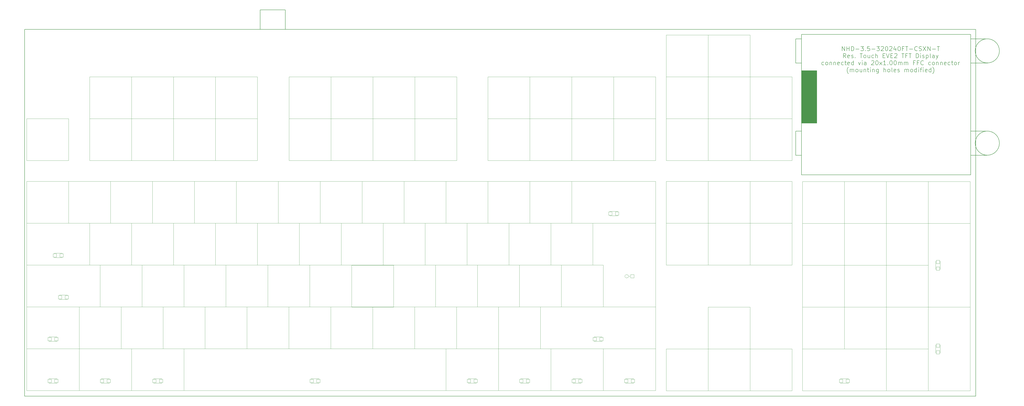
<source format=gbr>
%TF.GenerationSoftware,KiCad,Pcbnew,(6.0.6)*%
%TF.CreationDate,2022-08-08T17:13:51+02:00*%
%TF.ProjectId,berlin,6265726c-696e-42e6-9b69-6361645f7063,rev?*%
%TF.SameCoordinates,Original*%
%TF.FileFunction,OtherDrawing,Comment*%
%FSLAX46Y46*%
G04 Gerber Fmt 4.6, Leading zero omitted, Abs format (unit mm)*
G04 Created by KiCad (PCBNEW (6.0.6)) date 2022-08-08 17:13:51*
%MOMM*%
%LPD*%
G01*
G04 APERTURE LIST*
%ADD10C,0.150000*%
%ADD11C,0.100000*%
%ADD12C,0.050800*%
%ADD13C,0.050000*%
G04 APERTURE END LIST*
D10*
X383700000Y-76650000D02*
X390700000Y-76650000D01*
X390700000Y-76650000D02*
X390700000Y-100450000D01*
X390700000Y-100450000D02*
X383700000Y-100450000D01*
X383700000Y-100450000D02*
X383700000Y-76650000D01*
G36*
X383700000Y-76650000D02*
G01*
X390700000Y-76650000D01*
X390700000Y-100450000D01*
X383700000Y-100450000D01*
X383700000Y-76650000D01*
G37*
X468300000Y-73100000D02*
X460600000Y-73100000D01*
X381150000Y-73100000D02*
X383700000Y-73100000D01*
X462915000Y-224790000D02*
X30734000Y-224790000D01*
X30734000Y-224790000D02*
X30734000Y-57785000D01*
X30734000Y-57785000D02*
X462915000Y-57785000D01*
X462915000Y-57785000D02*
X462915000Y-224790000D01*
X149225000Y-48895000D02*
X137795000Y-48895000D01*
X137795000Y-48895000D02*
X137795000Y-57785000D01*
X137795000Y-57785000D02*
X149225000Y-57785000D01*
X149225000Y-57785000D02*
X149225000Y-48895000D01*
X468150000Y-104100000D02*
X460600000Y-104100000D01*
X383700000Y-60100000D02*
X460600000Y-60100000D01*
X460600000Y-60100000D02*
X460600000Y-124000000D01*
X460600000Y-124000000D02*
X383700000Y-124000000D01*
X383700000Y-124000000D02*
X383700000Y-60100000D01*
X468150000Y-115100000D02*
X460600000Y-115100000D01*
X381150000Y-62100000D02*
X381150000Y-73100000D01*
X381150000Y-115100000D02*
X383700000Y-115100000D01*
X473650000Y-67600000D02*
G75*
G03*
X473650000Y-67600000I-5500000J0D01*
G01*
X473650000Y-109600000D02*
G75*
G03*
X473650000Y-109600000I-5500000J0D01*
G01*
X381150000Y-104100000D02*
X383700000Y-104100000D01*
X381150000Y-62100000D02*
X383700000Y-62100000D01*
X381150000Y-104100000D02*
X381150000Y-115100000D01*
X468150000Y-62100000D02*
X460600000Y-62100000D01*
X402200000Y-67574761D02*
X402200000Y-65574761D01*
X403342857Y-67574761D01*
X403342857Y-65574761D01*
X404295238Y-67574761D02*
X404295238Y-65574761D01*
X404295238Y-66527142D02*
X405438095Y-66527142D01*
X405438095Y-67574761D02*
X405438095Y-65574761D01*
X406390476Y-67574761D02*
X406390476Y-65574761D01*
X406866666Y-65574761D01*
X407152380Y-65670000D01*
X407342857Y-65860476D01*
X407438095Y-66050952D01*
X407533333Y-66431904D01*
X407533333Y-66717619D01*
X407438095Y-67098571D01*
X407342857Y-67289047D01*
X407152380Y-67479523D01*
X406866666Y-67574761D01*
X406390476Y-67574761D01*
X408390476Y-66812857D02*
X409914285Y-66812857D01*
X410676190Y-65574761D02*
X411914285Y-65574761D01*
X411247619Y-66336666D01*
X411533333Y-66336666D01*
X411723809Y-66431904D01*
X411819047Y-66527142D01*
X411914285Y-66717619D01*
X411914285Y-67193809D01*
X411819047Y-67384285D01*
X411723809Y-67479523D01*
X411533333Y-67574761D01*
X410961904Y-67574761D01*
X410771428Y-67479523D01*
X410676190Y-67384285D01*
X412771428Y-67384285D02*
X412866666Y-67479523D01*
X412771428Y-67574761D01*
X412676190Y-67479523D01*
X412771428Y-67384285D01*
X412771428Y-67574761D01*
X414676190Y-65574761D02*
X413723809Y-65574761D01*
X413628571Y-66527142D01*
X413723809Y-66431904D01*
X413914285Y-66336666D01*
X414390476Y-66336666D01*
X414580952Y-66431904D01*
X414676190Y-66527142D01*
X414771428Y-66717619D01*
X414771428Y-67193809D01*
X414676190Y-67384285D01*
X414580952Y-67479523D01*
X414390476Y-67574761D01*
X413914285Y-67574761D01*
X413723809Y-67479523D01*
X413628571Y-67384285D01*
X415628571Y-66812857D02*
X417152380Y-66812857D01*
X417914285Y-65574761D02*
X419152380Y-65574761D01*
X418485714Y-66336666D01*
X418771428Y-66336666D01*
X418961904Y-66431904D01*
X419057142Y-66527142D01*
X419152380Y-66717619D01*
X419152380Y-67193809D01*
X419057142Y-67384285D01*
X418961904Y-67479523D01*
X418771428Y-67574761D01*
X418200000Y-67574761D01*
X418009523Y-67479523D01*
X417914285Y-67384285D01*
X419914285Y-65765238D02*
X420009523Y-65670000D01*
X420200000Y-65574761D01*
X420676190Y-65574761D01*
X420866666Y-65670000D01*
X420961904Y-65765238D01*
X421057142Y-65955714D01*
X421057142Y-66146190D01*
X420961904Y-66431904D01*
X419819047Y-67574761D01*
X421057142Y-67574761D01*
X422295238Y-65574761D02*
X422485714Y-65574761D01*
X422676190Y-65670000D01*
X422771428Y-65765238D01*
X422866666Y-65955714D01*
X422961904Y-66336666D01*
X422961904Y-66812857D01*
X422866666Y-67193809D01*
X422771428Y-67384285D01*
X422676190Y-67479523D01*
X422485714Y-67574761D01*
X422295238Y-67574761D01*
X422104761Y-67479523D01*
X422009523Y-67384285D01*
X421914285Y-67193809D01*
X421819047Y-66812857D01*
X421819047Y-66336666D01*
X421914285Y-65955714D01*
X422009523Y-65765238D01*
X422104761Y-65670000D01*
X422295238Y-65574761D01*
X423723809Y-65765238D02*
X423819047Y-65670000D01*
X424009523Y-65574761D01*
X424485714Y-65574761D01*
X424676190Y-65670000D01*
X424771428Y-65765238D01*
X424866666Y-65955714D01*
X424866666Y-66146190D01*
X424771428Y-66431904D01*
X423628571Y-67574761D01*
X424866666Y-67574761D01*
X426580952Y-66241428D02*
X426580952Y-67574761D01*
X426104761Y-65479523D02*
X425628571Y-66908095D01*
X426866666Y-66908095D01*
X428009523Y-65574761D02*
X428200000Y-65574761D01*
X428390476Y-65670000D01*
X428485714Y-65765238D01*
X428580952Y-65955714D01*
X428676190Y-66336666D01*
X428676190Y-66812857D01*
X428580952Y-67193809D01*
X428485714Y-67384285D01*
X428390476Y-67479523D01*
X428200000Y-67574761D01*
X428009523Y-67574761D01*
X427819047Y-67479523D01*
X427723809Y-67384285D01*
X427628571Y-67193809D01*
X427533333Y-66812857D01*
X427533333Y-66336666D01*
X427628571Y-65955714D01*
X427723809Y-65765238D01*
X427819047Y-65670000D01*
X428009523Y-65574761D01*
X430200000Y-66527142D02*
X429533333Y-66527142D01*
X429533333Y-67574761D02*
X429533333Y-65574761D01*
X430485714Y-65574761D01*
X430961904Y-65574761D02*
X432104761Y-65574761D01*
X431533333Y-67574761D02*
X431533333Y-65574761D01*
X432771428Y-66812857D02*
X434295238Y-66812857D01*
X436390476Y-67384285D02*
X436295238Y-67479523D01*
X436009523Y-67574761D01*
X435819047Y-67574761D01*
X435533333Y-67479523D01*
X435342857Y-67289047D01*
X435247619Y-67098571D01*
X435152380Y-66717619D01*
X435152380Y-66431904D01*
X435247619Y-66050952D01*
X435342857Y-65860476D01*
X435533333Y-65670000D01*
X435819047Y-65574761D01*
X436009523Y-65574761D01*
X436295238Y-65670000D01*
X436390476Y-65765238D01*
X437152380Y-67479523D02*
X437438095Y-67574761D01*
X437914285Y-67574761D01*
X438104761Y-67479523D01*
X438200000Y-67384285D01*
X438295238Y-67193809D01*
X438295238Y-67003333D01*
X438200000Y-66812857D01*
X438104761Y-66717619D01*
X437914285Y-66622380D01*
X437533333Y-66527142D01*
X437342857Y-66431904D01*
X437247619Y-66336666D01*
X437152380Y-66146190D01*
X437152380Y-65955714D01*
X437247619Y-65765238D01*
X437342857Y-65670000D01*
X437533333Y-65574761D01*
X438009523Y-65574761D01*
X438295238Y-65670000D01*
X438961904Y-65574761D02*
X440295238Y-67574761D01*
X440295238Y-65574761D02*
X438961904Y-67574761D01*
X441057142Y-67574761D02*
X441057142Y-65574761D01*
X442200000Y-67574761D01*
X442200000Y-65574761D01*
X443152380Y-66812857D02*
X444676190Y-66812857D01*
X445342857Y-65574761D02*
X446485714Y-65574761D01*
X445914285Y-67574761D02*
X445914285Y-65574761D01*
X403914285Y-70794761D02*
X403247619Y-69842380D01*
X402771428Y-70794761D02*
X402771428Y-68794761D01*
X403533333Y-68794761D01*
X403723809Y-68890000D01*
X403819047Y-68985238D01*
X403914285Y-69175714D01*
X403914285Y-69461428D01*
X403819047Y-69651904D01*
X403723809Y-69747142D01*
X403533333Y-69842380D01*
X402771428Y-69842380D01*
X405533333Y-70699523D02*
X405342857Y-70794761D01*
X404961904Y-70794761D01*
X404771428Y-70699523D01*
X404676190Y-70509047D01*
X404676190Y-69747142D01*
X404771428Y-69556666D01*
X404961904Y-69461428D01*
X405342857Y-69461428D01*
X405533333Y-69556666D01*
X405628571Y-69747142D01*
X405628571Y-69937619D01*
X404676190Y-70128095D01*
X406390476Y-70699523D02*
X406580952Y-70794761D01*
X406961904Y-70794761D01*
X407152380Y-70699523D01*
X407247619Y-70509047D01*
X407247619Y-70413809D01*
X407152380Y-70223333D01*
X406961904Y-70128095D01*
X406676190Y-70128095D01*
X406485714Y-70032857D01*
X406390476Y-69842380D01*
X406390476Y-69747142D01*
X406485714Y-69556666D01*
X406676190Y-69461428D01*
X406961904Y-69461428D01*
X407152380Y-69556666D01*
X408104761Y-70604285D02*
X408200000Y-70699523D01*
X408104761Y-70794761D01*
X408009523Y-70699523D01*
X408104761Y-70604285D01*
X408104761Y-70794761D01*
X410295238Y-68794761D02*
X411438095Y-68794761D01*
X410866666Y-70794761D02*
X410866666Y-68794761D01*
X412390476Y-70794761D02*
X412200000Y-70699523D01*
X412104761Y-70604285D01*
X412009523Y-70413809D01*
X412009523Y-69842380D01*
X412104761Y-69651904D01*
X412200000Y-69556666D01*
X412390476Y-69461428D01*
X412676190Y-69461428D01*
X412866666Y-69556666D01*
X412961904Y-69651904D01*
X413057142Y-69842380D01*
X413057142Y-70413809D01*
X412961904Y-70604285D01*
X412866666Y-70699523D01*
X412676190Y-70794761D01*
X412390476Y-70794761D01*
X414771428Y-69461428D02*
X414771428Y-70794761D01*
X413914285Y-69461428D02*
X413914285Y-70509047D01*
X414009523Y-70699523D01*
X414200000Y-70794761D01*
X414485714Y-70794761D01*
X414676190Y-70699523D01*
X414771428Y-70604285D01*
X416580952Y-70699523D02*
X416390476Y-70794761D01*
X416009523Y-70794761D01*
X415819047Y-70699523D01*
X415723809Y-70604285D01*
X415628571Y-70413809D01*
X415628571Y-69842380D01*
X415723809Y-69651904D01*
X415819047Y-69556666D01*
X416009523Y-69461428D01*
X416390476Y-69461428D01*
X416580952Y-69556666D01*
X417438095Y-70794761D02*
X417438095Y-68794761D01*
X418295238Y-70794761D02*
X418295238Y-69747142D01*
X418200000Y-69556666D01*
X418009523Y-69461428D01*
X417723809Y-69461428D01*
X417533333Y-69556666D01*
X417438095Y-69651904D01*
X420771428Y-69747142D02*
X421438095Y-69747142D01*
X421723809Y-70794761D02*
X420771428Y-70794761D01*
X420771428Y-68794761D01*
X421723809Y-68794761D01*
X422295238Y-68794761D02*
X422961904Y-70794761D01*
X423628571Y-68794761D01*
X424295238Y-69747142D02*
X424961904Y-69747142D01*
X425247619Y-70794761D02*
X424295238Y-70794761D01*
X424295238Y-68794761D01*
X425247619Y-68794761D01*
X426009523Y-68985238D02*
X426104761Y-68890000D01*
X426295238Y-68794761D01*
X426771428Y-68794761D01*
X426961904Y-68890000D01*
X427057142Y-68985238D01*
X427152380Y-69175714D01*
X427152380Y-69366190D01*
X427057142Y-69651904D01*
X425914285Y-70794761D01*
X427152380Y-70794761D01*
X429247619Y-68794761D02*
X430390476Y-68794761D01*
X429819047Y-70794761D02*
X429819047Y-68794761D01*
X431723809Y-69747142D02*
X431057142Y-69747142D01*
X431057142Y-70794761D02*
X431057142Y-68794761D01*
X432009523Y-68794761D01*
X432485714Y-68794761D02*
X433628571Y-68794761D01*
X433057142Y-70794761D02*
X433057142Y-68794761D01*
X435819047Y-70794761D02*
X435819047Y-68794761D01*
X436295238Y-68794761D01*
X436580952Y-68890000D01*
X436771428Y-69080476D01*
X436866666Y-69270952D01*
X436961904Y-69651904D01*
X436961904Y-69937619D01*
X436866666Y-70318571D01*
X436771428Y-70509047D01*
X436580952Y-70699523D01*
X436295238Y-70794761D01*
X435819047Y-70794761D01*
X437819047Y-70794761D02*
X437819047Y-69461428D01*
X437819047Y-68794761D02*
X437723809Y-68890000D01*
X437819047Y-68985238D01*
X437914285Y-68890000D01*
X437819047Y-68794761D01*
X437819047Y-68985238D01*
X438676190Y-70699523D02*
X438866666Y-70794761D01*
X439247619Y-70794761D01*
X439438095Y-70699523D01*
X439533333Y-70509047D01*
X439533333Y-70413809D01*
X439438095Y-70223333D01*
X439247619Y-70128095D01*
X438961904Y-70128095D01*
X438771428Y-70032857D01*
X438676190Y-69842380D01*
X438676190Y-69747142D01*
X438771428Y-69556666D01*
X438961904Y-69461428D01*
X439247619Y-69461428D01*
X439438095Y-69556666D01*
X440390476Y-69461428D02*
X440390476Y-71461428D01*
X440390476Y-69556666D02*
X440580952Y-69461428D01*
X440961904Y-69461428D01*
X441152380Y-69556666D01*
X441247619Y-69651904D01*
X441342857Y-69842380D01*
X441342857Y-70413809D01*
X441247619Y-70604285D01*
X441152380Y-70699523D01*
X440961904Y-70794761D01*
X440580952Y-70794761D01*
X440390476Y-70699523D01*
X442485714Y-70794761D02*
X442295238Y-70699523D01*
X442200000Y-70509047D01*
X442200000Y-68794761D01*
X444104761Y-70794761D02*
X444104761Y-69747142D01*
X444009523Y-69556666D01*
X443819047Y-69461428D01*
X443438095Y-69461428D01*
X443247619Y-69556666D01*
X444104761Y-70699523D02*
X443914285Y-70794761D01*
X443438095Y-70794761D01*
X443247619Y-70699523D01*
X443152380Y-70509047D01*
X443152380Y-70318571D01*
X443247619Y-70128095D01*
X443438095Y-70032857D01*
X443914285Y-70032857D01*
X444104761Y-69937619D01*
X444866666Y-69461428D02*
X445342857Y-70794761D01*
X445819047Y-69461428D02*
X445342857Y-70794761D01*
X445152380Y-71270952D01*
X445057142Y-71366190D01*
X444866666Y-71461428D01*
X393914285Y-73919523D02*
X393723809Y-74014761D01*
X393342857Y-74014761D01*
X393152380Y-73919523D01*
X393057142Y-73824285D01*
X392961904Y-73633809D01*
X392961904Y-73062380D01*
X393057142Y-72871904D01*
X393152380Y-72776666D01*
X393342857Y-72681428D01*
X393723809Y-72681428D01*
X393914285Y-72776666D01*
X395057142Y-74014761D02*
X394866666Y-73919523D01*
X394771428Y-73824285D01*
X394676190Y-73633809D01*
X394676190Y-73062380D01*
X394771428Y-72871904D01*
X394866666Y-72776666D01*
X395057142Y-72681428D01*
X395342857Y-72681428D01*
X395533333Y-72776666D01*
X395628571Y-72871904D01*
X395723809Y-73062380D01*
X395723809Y-73633809D01*
X395628571Y-73824285D01*
X395533333Y-73919523D01*
X395342857Y-74014761D01*
X395057142Y-74014761D01*
X396580952Y-72681428D02*
X396580952Y-74014761D01*
X396580952Y-72871904D02*
X396676190Y-72776666D01*
X396866666Y-72681428D01*
X397152380Y-72681428D01*
X397342857Y-72776666D01*
X397438095Y-72967142D01*
X397438095Y-74014761D01*
X398390476Y-72681428D02*
X398390476Y-74014761D01*
X398390476Y-72871904D02*
X398485714Y-72776666D01*
X398676190Y-72681428D01*
X398961904Y-72681428D01*
X399152380Y-72776666D01*
X399247619Y-72967142D01*
X399247619Y-74014761D01*
X400961904Y-73919523D02*
X400771428Y-74014761D01*
X400390476Y-74014761D01*
X400200000Y-73919523D01*
X400104761Y-73729047D01*
X400104761Y-72967142D01*
X400200000Y-72776666D01*
X400390476Y-72681428D01*
X400771428Y-72681428D01*
X400961904Y-72776666D01*
X401057142Y-72967142D01*
X401057142Y-73157619D01*
X400104761Y-73348095D01*
X402771428Y-73919523D02*
X402580952Y-74014761D01*
X402200000Y-74014761D01*
X402009523Y-73919523D01*
X401914285Y-73824285D01*
X401819047Y-73633809D01*
X401819047Y-73062380D01*
X401914285Y-72871904D01*
X402009523Y-72776666D01*
X402200000Y-72681428D01*
X402580952Y-72681428D01*
X402771428Y-72776666D01*
X403342857Y-72681428D02*
X404104761Y-72681428D01*
X403628571Y-72014761D02*
X403628571Y-73729047D01*
X403723809Y-73919523D01*
X403914285Y-74014761D01*
X404104761Y-74014761D01*
X405533333Y-73919523D02*
X405342857Y-74014761D01*
X404961904Y-74014761D01*
X404771428Y-73919523D01*
X404676190Y-73729047D01*
X404676190Y-72967142D01*
X404771428Y-72776666D01*
X404961904Y-72681428D01*
X405342857Y-72681428D01*
X405533333Y-72776666D01*
X405628571Y-72967142D01*
X405628571Y-73157619D01*
X404676190Y-73348095D01*
X407342857Y-74014761D02*
X407342857Y-72014761D01*
X407342857Y-73919523D02*
X407152380Y-74014761D01*
X406771428Y-74014761D01*
X406580952Y-73919523D01*
X406485714Y-73824285D01*
X406390476Y-73633809D01*
X406390476Y-73062380D01*
X406485714Y-72871904D01*
X406580952Y-72776666D01*
X406771428Y-72681428D01*
X407152380Y-72681428D01*
X407342857Y-72776666D01*
X409628571Y-72681428D02*
X410104761Y-74014761D01*
X410580952Y-72681428D01*
X411342857Y-74014761D02*
X411342857Y-72681428D01*
X411342857Y-72014761D02*
X411247619Y-72110000D01*
X411342857Y-72205238D01*
X411438095Y-72110000D01*
X411342857Y-72014761D01*
X411342857Y-72205238D01*
X413152380Y-74014761D02*
X413152380Y-72967142D01*
X413057142Y-72776666D01*
X412866666Y-72681428D01*
X412485714Y-72681428D01*
X412295238Y-72776666D01*
X413152380Y-73919523D02*
X412961904Y-74014761D01*
X412485714Y-74014761D01*
X412295238Y-73919523D01*
X412200000Y-73729047D01*
X412200000Y-73538571D01*
X412295238Y-73348095D01*
X412485714Y-73252857D01*
X412961904Y-73252857D01*
X413152380Y-73157619D01*
X415533333Y-72205238D02*
X415628571Y-72110000D01*
X415819047Y-72014761D01*
X416295238Y-72014761D01*
X416485714Y-72110000D01*
X416580952Y-72205238D01*
X416676190Y-72395714D01*
X416676190Y-72586190D01*
X416580952Y-72871904D01*
X415438095Y-74014761D01*
X416676190Y-74014761D01*
X417914285Y-72014761D02*
X418104761Y-72014761D01*
X418295238Y-72110000D01*
X418390476Y-72205238D01*
X418485714Y-72395714D01*
X418580952Y-72776666D01*
X418580952Y-73252857D01*
X418485714Y-73633809D01*
X418390476Y-73824285D01*
X418295238Y-73919523D01*
X418104761Y-74014761D01*
X417914285Y-74014761D01*
X417723809Y-73919523D01*
X417628571Y-73824285D01*
X417533333Y-73633809D01*
X417438095Y-73252857D01*
X417438095Y-72776666D01*
X417533333Y-72395714D01*
X417628571Y-72205238D01*
X417723809Y-72110000D01*
X417914285Y-72014761D01*
X419247619Y-74014761D02*
X420295238Y-72681428D01*
X419247619Y-72681428D02*
X420295238Y-74014761D01*
X422104761Y-74014761D02*
X420961904Y-74014761D01*
X421533333Y-74014761D02*
X421533333Y-72014761D01*
X421342857Y-72300476D01*
X421152380Y-72490952D01*
X420961904Y-72586190D01*
X422961904Y-73824285D02*
X423057142Y-73919523D01*
X422961904Y-74014761D01*
X422866666Y-73919523D01*
X422961904Y-73824285D01*
X422961904Y-74014761D01*
X424295238Y-72014761D02*
X424485714Y-72014761D01*
X424676190Y-72110000D01*
X424771428Y-72205238D01*
X424866666Y-72395714D01*
X424961904Y-72776666D01*
X424961904Y-73252857D01*
X424866666Y-73633809D01*
X424771428Y-73824285D01*
X424676190Y-73919523D01*
X424485714Y-74014761D01*
X424295238Y-74014761D01*
X424104761Y-73919523D01*
X424009523Y-73824285D01*
X423914285Y-73633809D01*
X423819047Y-73252857D01*
X423819047Y-72776666D01*
X423914285Y-72395714D01*
X424009523Y-72205238D01*
X424104761Y-72110000D01*
X424295238Y-72014761D01*
X426199999Y-72014761D02*
X426390476Y-72014761D01*
X426580952Y-72110000D01*
X426676190Y-72205238D01*
X426771428Y-72395714D01*
X426866666Y-72776666D01*
X426866666Y-73252857D01*
X426771428Y-73633809D01*
X426676190Y-73824285D01*
X426580952Y-73919523D01*
X426390476Y-74014761D01*
X426199999Y-74014761D01*
X426009523Y-73919523D01*
X425914285Y-73824285D01*
X425819047Y-73633809D01*
X425723809Y-73252857D01*
X425723809Y-72776666D01*
X425819047Y-72395714D01*
X425914285Y-72205238D01*
X426009523Y-72110000D01*
X426199999Y-72014761D01*
X427723809Y-74014761D02*
X427723809Y-72681428D01*
X427723809Y-72871904D02*
X427819047Y-72776666D01*
X428009523Y-72681428D01*
X428295238Y-72681428D01*
X428485714Y-72776666D01*
X428580952Y-72967142D01*
X428580952Y-74014761D01*
X428580952Y-72967142D02*
X428676190Y-72776666D01*
X428866666Y-72681428D01*
X429152380Y-72681428D01*
X429342857Y-72776666D01*
X429438095Y-72967142D01*
X429438095Y-74014761D01*
X430390476Y-74014761D02*
X430390476Y-72681428D01*
X430390476Y-72871904D02*
X430485714Y-72776666D01*
X430676190Y-72681428D01*
X430961904Y-72681428D01*
X431152380Y-72776666D01*
X431247619Y-72967142D01*
X431247619Y-74014761D01*
X431247619Y-72967142D02*
X431342857Y-72776666D01*
X431533333Y-72681428D01*
X431819047Y-72681428D01*
X432009523Y-72776666D01*
X432104761Y-72967142D01*
X432104761Y-74014761D01*
X435247619Y-72967142D02*
X434580952Y-72967142D01*
X434580952Y-74014761D02*
X434580952Y-72014761D01*
X435533333Y-72014761D01*
X436961904Y-72967142D02*
X436295238Y-72967142D01*
X436295238Y-74014761D02*
X436295238Y-72014761D01*
X437247619Y-72014761D01*
X439152380Y-73824285D02*
X439057142Y-73919523D01*
X438771428Y-74014761D01*
X438580952Y-74014761D01*
X438295238Y-73919523D01*
X438104761Y-73729047D01*
X438009523Y-73538571D01*
X437914285Y-73157619D01*
X437914285Y-72871904D01*
X438009523Y-72490952D01*
X438104761Y-72300476D01*
X438295238Y-72110000D01*
X438580952Y-72014761D01*
X438771428Y-72014761D01*
X439057142Y-72110000D01*
X439152380Y-72205238D01*
X442390476Y-73919523D02*
X442199999Y-74014761D01*
X441819047Y-74014761D01*
X441628571Y-73919523D01*
X441533333Y-73824285D01*
X441438095Y-73633809D01*
X441438095Y-73062380D01*
X441533333Y-72871904D01*
X441628571Y-72776666D01*
X441819047Y-72681428D01*
X442199999Y-72681428D01*
X442390476Y-72776666D01*
X443533333Y-74014761D02*
X443342857Y-73919523D01*
X443247619Y-73824285D01*
X443152380Y-73633809D01*
X443152380Y-73062380D01*
X443247619Y-72871904D01*
X443342857Y-72776666D01*
X443533333Y-72681428D01*
X443819047Y-72681428D01*
X444009523Y-72776666D01*
X444104761Y-72871904D01*
X444199999Y-73062380D01*
X444199999Y-73633809D01*
X444104761Y-73824285D01*
X444009523Y-73919523D01*
X443819047Y-74014761D01*
X443533333Y-74014761D01*
X445057142Y-72681428D02*
X445057142Y-74014761D01*
X445057142Y-72871904D02*
X445152380Y-72776666D01*
X445342857Y-72681428D01*
X445628571Y-72681428D01*
X445819047Y-72776666D01*
X445914285Y-72967142D01*
X445914285Y-74014761D01*
X446866666Y-72681428D02*
X446866666Y-74014761D01*
X446866666Y-72871904D02*
X446961904Y-72776666D01*
X447152380Y-72681428D01*
X447438095Y-72681428D01*
X447628571Y-72776666D01*
X447723809Y-72967142D01*
X447723809Y-74014761D01*
X449438095Y-73919523D02*
X449247619Y-74014761D01*
X448866666Y-74014761D01*
X448676190Y-73919523D01*
X448580952Y-73729047D01*
X448580952Y-72967142D01*
X448676190Y-72776666D01*
X448866666Y-72681428D01*
X449247619Y-72681428D01*
X449438095Y-72776666D01*
X449533333Y-72967142D01*
X449533333Y-73157619D01*
X448580952Y-73348095D01*
X451247619Y-73919523D02*
X451057142Y-74014761D01*
X450676190Y-74014761D01*
X450485714Y-73919523D01*
X450390476Y-73824285D01*
X450295238Y-73633809D01*
X450295238Y-73062380D01*
X450390476Y-72871904D01*
X450485714Y-72776666D01*
X450676190Y-72681428D01*
X451057142Y-72681428D01*
X451247619Y-72776666D01*
X451819047Y-72681428D02*
X452580952Y-72681428D01*
X452104761Y-72014761D02*
X452104761Y-73729047D01*
X452199999Y-73919523D01*
X452390476Y-74014761D01*
X452580952Y-74014761D01*
X453533333Y-74014761D02*
X453342857Y-73919523D01*
X453247619Y-73824285D01*
X453152380Y-73633809D01*
X453152380Y-73062380D01*
X453247619Y-72871904D01*
X453342857Y-72776666D01*
X453533333Y-72681428D01*
X453819047Y-72681428D01*
X454009523Y-72776666D01*
X454104761Y-72871904D01*
X454199999Y-73062380D01*
X454199999Y-73633809D01*
X454104761Y-73824285D01*
X454009523Y-73919523D01*
X453819047Y-74014761D01*
X453533333Y-74014761D01*
X455057142Y-74014761D02*
X455057142Y-72681428D01*
X455057142Y-73062380D02*
X455152380Y-72871904D01*
X455247619Y-72776666D01*
X455438095Y-72681428D01*
X455628571Y-72681428D01*
X405057142Y-77996666D02*
X404961904Y-77901428D01*
X404771428Y-77615714D01*
X404676190Y-77425238D01*
X404580952Y-77139523D01*
X404485714Y-76663333D01*
X404485714Y-76282380D01*
X404580952Y-75806190D01*
X404676190Y-75520476D01*
X404771428Y-75330000D01*
X404961904Y-75044285D01*
X405057142Y-74949047D01*
X405819047Y-77234761D02*
X405819047Y-75901428D01*
X405819047Y-76091904D02*
X405914285Y-75996666D01*
X406104761Y-75901428D01*
X406390476Y-75901428D01*
X406580952Y-75996666D01*
X406676190Y-76187142D01*
X406676190Y-77234761D01*
X406676190Y-76187142D02*
X406771428Y-75996666D01*
X406961904Y-75901428D01*
X407247619Y-75901428D01*
X407438095Y-75996666D01*
X407533333Y-76187142D01*
X407533333Y-77234761D01*
X408771428Y-77234761D02*
X408580952Y-77139523D01*
X408485714Y-77044285D01*
X408390476Y-76853809D01*
X408390476Y-76282380D01*
X408485714Y-76091904D01*
X408580952Y-75996666D01*
X408771428Y-75901428D01*
X409057142Y-75901428D01*
X409247619Y-75996666D01*
X409342857Y-76091904D01*
X409438095Y-76282380D01*
X409438095Y-76853809D01*
X409342857Y-77044285D01*
X409247619Y-77139523D01*
X409057142Y-77234761D01*
X408771428Y-77234761D01*
X411152380Y-75901428D02*
X411152380Y-77234761D01*
X410295238Y-75901428D02*
X410295238Y-76949047D01*
X410390476Y-77139523D01*
X410580952Y-77234761D01*
X410866666Y-77234761D01*
X411057142Y-77139523D01*
X411152380Y-77044285D01*
X412104761Y-75901428D02*
X412104761Y-77234761D01*
X412104761Y-76091904D02*
X412200000Y-75996666D01*
X412390476Y-75901428D01*
X412676190Y-75901428D01*
X412866666Y-75996666D01*
X412961904Y-76187142D01*
X412961904Y-77234761D01*
X413628571Y-75901428D02*
X414390476Y-75901428D01*
X413914285Y-75234761D02*
X413914285Y-76949047D01*
X414009523Y-77139523D01*
X414200000Y-77234761D01*
X414390476Y-77234761D01*
X415057142Y-77234761D02*
X415057142Y-75901428D01*
X415057142Y-75234761D02*
X414961904Y-75330000D01*
X415057142Y-75425238D01*
X415152380Y-75330000D01*
X415057142Y-75234761D01*
X415057142Y-75425238D01*
X416009523Y-75901428D02*
X416009523Y-77234761D01*
X416009523Y-76091904D02*
X416104761Y-75996666D01*
X416295238Y-75901428D01*
X416580952Y-75901428D01*
X416771428Y-75996666D01*
X416866666Y-76187142D01*
X416866666Y-77234761D01*
X418676190Y-75901428D02*
X418676190Y-77520476D01*
X418580952Y-77710952D01*
X418485714Y-77806190D01*
X418295238Y-77901428D01*
X418009523Y-77901428D01*
X417819047Y-77806190D01*
X418676190Y-77139523D02*
X418485714Y-77234761D01*
X418104761Y-77234761D01*
X417914285Y-77139523D01*
X417819047Y-77044285D01*
X417723809Y-76853809D01*
X417723809Y-76282380D01*
X417819047Y-76091904D01*
X417914285Y-75996666D01*
X418104761Y-75901428D01*
X418485714Y-75901428D01*
X418676190Y-75996666D01*
X421152380Y-77234761D02*
X421152380Y-75234761D01*
X422009523Y-77234761D02*
X422009523Y-76187142D01*
X421914285Y-75996666D01*
X421723809Y-75901428D01*
X421438095Y-75901428D01*
X421247619Y-75996666D01*
X421152380Y-76091904D01*
X423247619Y-77234761D02*
X423057142Y-77139523D01*
X422961904Y-77044285D01*
X422866666Y-76853809D01*
X422866666Y-76282380D01*
X422961904Y-76091904D01*
X423057142Y-75996666D01*
X423247619Y-75901428D01*
X423533333Y-75901428D01*
X423723809Y-75996666D01*
X423819047Y-76091904D01*
X423914285Y-76282380D01*
X423914285Y-76853809D01*
X423819047Y-77044285D01*
X423723809Y-77139523D01*
X423533333Y-77234761D01*
X423247619Y-77234761D01*
X425057142Y-77234761D02*
X424866666Y-77139523D01*
X424771428Y-76949047D01*
X424771428Y-75234761D01*
X426580952Y-77139523D02*
X426390476Y-77234761D01*
X426009523Y-77234761D01*
X425819047Y-77139523D01*
X425723809Y-76949047D01*
X425723809Y-76187142D01*
X425819047Y-75996666D01*
X426009523Y-75901428D01*
X426390476Y-75901428D01*
X426580952Y-75996666D01*
X426676190Y-76187142D01*
X426676190Y-76377619D01*
X425723809Y-76568095D01*
X427438095Y-77139523D02*
X427628571Y-77234761D01*
X428009523Y-77234761D01*
X428200000Y-77139523D01*
X428295238Y-76949047D01*
X428295238Y-76853809D01*
X428200000Y-76663333D01*
X428009523Y-76568095D01*
X427723809Y-76568095D01*
X427533333Y-76472857D01*
X427438095Y-76282380D01*
X427438095Y-76187142D01*
X427533333Y-75996666D01*
X427723809Y-75901428D01*
X428009523Y-75901428D01*
X428200000Y-75996666D01*
X430676190Y-77234761D02*
X430676190Y-75901428D01*
X430676190Y-76091904D02*
X430771428Y-75996666D01*
X430961904Y-75901428D01*
X431247619Y-75901428D01*
X431438095Y-75996666D01*
X431533333Y-76187142D01*
X431533333Y-77234761D01*
X431533333Y-76187142D02*
X431628571Y-75996666D01*
X431819047Y-75901428D01*
X432104761Y-75901428D01*
X432295238Y-75996666D01*
X432390476Y-76187142D01*
X432390476Y-77234761D01*
X433628571Y-77234761D02*
X433438095Y-77139523D01*
X433342857Y-77044285D01*
X433247619Y-76853809D01*
X433247619Y-76282380D01*
X433342857Y-76091904D01*
X433438095Y-75996666D01*
X433628571Y-75901428D01*
X433914285Y-75901428D01*
X434104761Y-75996666D01*
X434200000Y-76091904D01*
X434295238Y-76282380D01*
X434295238Y-76853809D01*
X434200000Y-77044285D01*
X434104761Y-77139523D01*
X433914285Y-77234761D01*
X433628571Y-77234761D01*
X436009523Y-77234761D02*
X436009523Y-75234761D01*
X436009523Y-77139523D02*
X435819047Y-77234761D01*
X435438095Y-77234761D01*
X435247619Y-77139523D01*
X435152380Y-77044285D01*
X435057142Y-76853809D01*
X435057142Y-76282380D01*
X435152380Y-76091904D01*
X435247619Y-75996666D01*
X435438095Y-75901428D01*
X435819047Y-75901428D01*
X436009523Y-75996666D01*
X436961904Y-77234761D02*
X436961904Y-75901428D01*
X436961904Y-75234761D02*
X436866666Y-75330000D01*
X436961904Y-75425238D01*
X437057142Y-75330000D01*
X436961904Y-75234761D01*
X436961904Y-75425238D01*
X437628571Y-75901428D02*
X438390476Y-75901428D01*
X437914285Y-77234761D02*
X437914285Y-75520476D01*
X438009523Y-75330000D01*
X438200000Y-75234761D01*
X438390476Y-75234761D01*
X439057142Y-77234761D02*
X439057142Y-75901428D01*
X439057142Y-75234761D02*
X438961904Y-75330000D01*
X439057142Y-75425238D01*
X439152380Y-75330000D01*
X439057142Y-75234761D01*
X439057142Y-75425238D01*
X440771428Y-77139523D02*
X440580952Y-77234761D01*
X440200000Y-77234761D01*
X440009523Y-77139523D01*
X439914285Y-76949047D01*
X439914285Y-76187142D01*
X440009523Y-75996666D01*
X440200000Y-75901428D01*
X440580952Y-75901428D01*
X440771428Y-75996666D01*
X440866666Y-76187142D01*
X440866666Y-76377619D01*
X439914285Y-76568095D01*
X442580952Y-77234761D02*
X442580952Y-75234761D01*
X442580952Y-77139523D02*
X442390476Y-77234761D01*
X442009523Y-77234761D01*
X441819047Y-77139523D01*
X441723809Y-77044285D01*
X441628571Y-76853809D01*
X441628571Y-76282380D01*
X441723809Y-76091904D01*
X441819047Y-75996666D01*
X442009523Y-75901428D01*
X442390476Y-75901428D01*
X442580952Y-75996666D01*
X443342857Y-77996666D02*
X443438095Y-77901428D01*
X443628571Y-77615714D01*
X443723809Y-77425238D01*
X443819047Y-77139523D01*
X443914285Y-76663333D01*
X443914285Y-76282380D01*
X443819047Y-75806190D01*
X443723809Y-75520476D01*
X443628571Y-75330000D01*
X443438095Y-75044285D01*
X443342857Y-74949047D01*
D11*
%TO.C,SW5\u002C7*%
X179355750Y-184181750D02*
X160305750Y-184181750D01*
X160305750Y-184181750D02*
X160305750Y-165131750D01*
X179355750Y-165131750D02*
X160305750Y-165131750D01*
X179355750Y-165131750D02*
X179355750Y-184181750D01*
%TO.C,SW5\u002C13*%
X288893250Y-146081750D02*
X288893250Y-165131750D01*
X288893250Y-146081750D02*
X269843250Y-146081750D01*
X288893250Y-165131750D02*
X269843250Y-165131750D01*
X269843250Y-165131750D02*
X269843250Y-146081750D01*
%TO.C,SW6\u002C6*%
X131730750Y-203231750D02*
X131730750Y-184181750D01*
X150780750Y-184181750D02*
X131730750Y-184181750D01*
X150780750Y-203231750D02*
X131730750Y-203231750D01*
X150780750Y-184181750D02*
X150780750Y-203231750D01*
%TO.C,SW2\u002C11*%
X260318250Y-117506750D02*
X260318250Y-98456750D01*
X279368250Y-98456750D02*
X260318250Y-98456750D01*
X279368250Y-117506750D02*
X260318250Y-117506750D01*
X279368250Y-98456750D02*
X279368250Y-117506750D01*
%TO.C,SW6\u002C17*%
X403193250Y-184213500D02*
X384143250Y-184213500D01*
X403193250Y-184213500D02*
X403193250Y-203263500D01*
X403193250Y-203263500D02*
X384143250Y-203263500D01*
X384143250Y-203263500D02*
X384143250Y-184213500D01*
%TO.C,SW6\u002C15*%
X341280750Y-203263500D02*
X341280750Y-184213500D01*
X360330750Y-184213500D02*
X360330750Y-203263500D01*
X360330750Y-203263500D02*
X341280750Y-203263500D01*
X360330750Y-184213500D02*
X341280750Y-184213500D01*
%TO.C,SW3\u002C8*%
X184118250Y-127031750D02*
X184118250Y-146081750D01*
X184118250Y-127031750D02*
X165068250Y-127031750D01*
X165068250Y-146081750D02*
X165068250Y-127031750D01*
X184118250Y-146081750D02*
X165068250Y-146081750D01*
%TO.C,SW3\u002C6*%
X126968250Y-146081750D02*
X126968250Y-127031750D01*
X146018250Y-127031750D02*
X126968250Y-127031750D01*
X146018250Y-146081750D02*
X126968250Y-146081750D01*
X146018250Y-127031750D02*
X146018250Y-146081750D01*
%TO.C,SW5\u002C15*%
X360362500Y-146050000D02*
X341312500Y-146050000D01*
X341312500Y-165100000D02*
X341312500Y-146050000D01*
X360362500Y-165100000D02*
X341312500Y-165100000D01*
X360362500Y-146050000D02*
X360362500Y-165100000D01*
%TO.C,SW1\u002C4*%
X117443250Y-79406750D02*
X117443250Y-98456750D01*
X117443250Y-79406750D02*
X98393250Y-79406750D01*
X117443250Y-98456750D02*
X98393250Y-98456750D01*
X98393250Y-98456750D02*
X98393250Y-79406750D01*
%TO.C,SW1\u002C10*%
X241268410Y-98456750D02*
X241268410Y-79406750D01*
X260318410Y-79406750D02*
X260318410Y-98456750D01*
X260318410Y-79406750D02*
X241268410Y-79406750D01*
X260318410Y-98456750D02*
X241268410Y-98456750D01*
D12*
%TO.C,SW2\u002C18*%
X446500250Y-162877500D02*
X444976250Y-162877500D01*
X446754250Y-163385500D02*
X446500250Y-163385500D01*
D11*
X441293250Y-184213500D02*
X441293250Y-146113500D01*
X460343250Y-184213500D02*
X441293250Y-184213500D01*
X460343250Y-184213500D02*
X460343250Y-146113500D01*
D12*
X446500250Y-167449500D02*
X446500250Y-165925500D01*
X444722250Y-163385500D02*
X444722250Y-166941500D01*
X444976250Y-162877500D02*
X444976250Y-164401500D01*
X444976250Y-163385500D02*
X444722250Y-163385500D01*
X444722250Y-166941500D02*
X444976250Y-166941500D01*
X446500250Y-164401500D02*
X446500250Y-162877500D01*
X444976250Y-165925500D02*
X444976250Y-167449500D01*
X446754250Y-166941500D02*
X446754250Y-163385500D01*
X446500250Y-166941500D02*
X446754250Y-166941500D01*
X446500250Y-165925500D02*
X444976250Y-165925500D01*
D11*
X460343250Y-146113500D02*
X441293250Y-146113500D01*
D12*
X444976250Y-164401500D02*
X446500250Y-164401500D01*
X444976250Y-167449500D02*
X446500250Y-167449500D01*
D11*
%TO.C,SW1\u002C12*%
X279368250Y-98456750D02*
X279368250Y-79406750D01*
X298418250Y-79406750D02*
X298418250Y-98456750D01*
X298418250Y-98456750D02*
X279368250Y-98456750D01*
X298418250Y-79406750D02*
X279368250Y-79406750D01*
%TO.C,SW2\u002C5*%
X136495000Y-98455000D02*
X117445000Y-98455000D01*
X136495000Y-98455000D02*
X136495000Y-117505000D01*
X136495000Y-117505000D02*
X117445000Y-117505000D01*
X117445000Y-117505000D02*
X117445000Y-98455000D01*
%TO.C,SW5\u002C19*%
X422243250Y-184213500D02*
X422243250Y-165163500D01*
X441293250Y-184213500D02*
X422243250Y-184213500D01*
X441293250Y-165163500D02*
X441293250Y-184213500D01*
X441293250Y-165163500D02*
X422243250Y-165163500D01*
%TO.C,SW1\u002C14*%
X341312500Y-60325000D02*
X322262500Y-60325000D01*
X341312500Y-60325000D02*
X341312500Y-79375000D01*
X322262500Y-79375000D02*
X322262500Y-60325000D01*
X341312500Y-79375000D02*
X322262500Y-79375000D01*
%TO.C,SW3\u002C7*%
X165068250Y-127031750D02*
X146018250Y-127031750D01*
X165068250Y-127031750D02*
X165068250Y-146081750D01*
X146018250Y-146081750D02*
X146018250Y-127031750D01*
X165068250Y-146081750D02*
X146018250Y-146081750D01*
%TO.C,SW4\u002C14*%
X341312500Y-127000000D02*
X341312500Y-146050000D01*
X322262500Y-146050000D02*
X322262500Y-127000000D01*
X341312500Y-146050000D02*
X322262500Y-146050000D01*
X341312500Y-127000000D02*
X322262500Y-127000000D01*
%TO.C,SW4\u002C5*%
X136493250Y-146081750D02*
X136493250Y-165131750D01*
X136493250Y-165131750D02*
X117443250Y-165131750D01*
X117443250Y-165131750D02*
X117443250Y-146081750D01*
X136493250Y-146081750D02*
X117443250Y-146081750D01*
D12*
%TO.C,SW7\u002C9*%
X259715000Y-218852750D02*
X259715000Y-218598750D01*
X258699000Y-218598750D02*
X258699000Y-217074750D01*
X259715000Y-218852750D02*
X256159000Y-218852750D01*
X259715000Y-216820750D02*
X259715000Y-217074750D01*
X258699000Y-217074750D02*
X260223000Y-217074750D01*
D11*
X269843250Y-203231750D02*
X269843250Y-222281750D01*
X269843250Y-222281750D02*
X246030750Y-222281750D01*
D12*
X256159000Y-218852750D02*
X256159000Y-218598750D01*
X256159000Y-217074750D02*
X256159000Y-216820750D01*
X260223000Y-217074750D02*
X260223000Y-218598750D01*
D11*
X269843250Y-203231750D02*
X246030750Y-203231750D01*
D12*
X256159000Y-216820750D02*
X259715000Y-216820750D01*
X260223000Y-218598750D02*
X258699000Y-218598750D01*
X255651000Y-218598750D02*
X257175000Y-218598750D01*
D11*
X246030750Y-222281750D02*
X246030750Y-203231750D01*
D12*
X257175000Y-217074750D02*
X255651000Y-217074750D01*
X257175000Y-218598750D02*
X257175000Y-217074750D01*
X255651000Y-217074750D02*
X255651000Y-218598750D01*
D11*
%TO.C,SW6\u002C2*%
X74580750Y-203231750D02*
X55530750Y-203231750D01*
X74580750Y-184181750D02*
X74580750Y-203231750D01*
X55530750Y-203231750D02*
X55530750Y-184181750D01*
X74580750Y-184181750D02*
X55530750Y-184181750D01*
%TO.C,SW4\u002C12*%
X269843250Y-146081750D02*
X269843250Y-165131750D01*
X269843250Y-165131750D02*
X250793250Y-165131750D01*
X269843250Y-146081750D02*
X250793250Y-146081750D01*
X250793250Y-165131750D02*
X250793250Y-146081750D01*
%TO.C,SW5\u002C5*%
X141255750Y-165131750D02*
X141255750Y-184181750D01*
X141255750Y-184181750D02*
X122205750Y-184181750D01*
X141255750Y-165131750D02*
X122205750Y-165131750D01*
X122205750Y-184181750D02*
X122205750Y-165131750D01*
%TO.C,SW4\u002C8*%
X193643250Y-146081750D02*
X193643250Y-165131750D01*
X174593250Y-165131750D02*
X174593250Y-146081750D01*
X193643250Y-165131750D02*
X174593250Y-165131750D01*
X193643250Y-146081750D02*
X174593250Y-146081750D01*
%TO.C,SW6\u002C7*%
X169830750Y-203231750D02*
X150780750Y-203231750D01*
X150780750Y-203231750D02*
X150780750Y-184181750D01*
X169830750Y-184181750D02*
X169830750Y-203231750D01*
X169830750Y-184181750D02*
X150780750Y-184181750D01*
%TO.C,SW7\u002C12*%
X265080750Y-184181750D02*
X246030750Y-184181750D01*
X246030750Y-203231750D02*
X246030750Y-184181750D01*
X265080750Y-203231750D02*
X246030750Y-203231750D01*
X265080750Y-184181750D02*
X265080750Y-203231750D01*
%TO.C,SW1\u002C13*%
X298418250Y-98456750D02*
X298418250Y-79406750D01*
X317468250Y-79406750D02*
X298418250Y-79406750D01*
X317468250Y-98456750D02*
X298418250Y-98456750D01*
X317468250Y-79406750D02*
X317468250Y-98456750D01*
%TO.C,SW3\u002C16*%
X360362500Y-117475000D02*
X360362500Y-98425000D01*
X379412500Y-117475000D02*
X360362500Y-117475000D01*
X379412500Y-98425000D02*
X360362500Y-98425000D01*
X379412500Y-98425000D02*
X379412500Y-117475000D01*
%TO.C,SW2\u002C12*%
X298418250Y-98456750D02*
X298418250Y-117506750D01*
X279368250Y-117506750D02*
X279368250Y-98456750D01*
X298418250Y-98456750D02*
X279368250Y-98456750D01*
X298418250Y-117506750D02*
X279368250Y-117506750D01*
%TO.C,SW2\u002C2*%
X79343250Y-117506750D02*
X60293250Y-117506750D01*
X60293250Y-117506750D02*
X60293250Y-98456750D01*
X79343250Y-98456750D02*
X60293250Y-98456750D01*
X79343250Y-98456750D02*
X79343250Y-117506750D01*
%TO.C,SW7\u002C2*%
X79343250Y-222281750D02*
X55530750Y-222281750D01*
D12*
X66675000Y-218598750D02*
X66675000Y-217074750D01*
D11*
X79343250Y-203231750D02*
X79343250Y-222281750D01*
D12*
X68199000Y-217074750D02*
X69723000Y-217074750D01*
D11*
X79343250Y-203231750D02*
X55530750Y-203231750D01*
X55530750Y-222281750D02*
X55530750Y-203231750D01*
D12*
X69215000Y-218852750D02*
X69215000Y-218598750D01*
X69723000Y-218598750D02*
X68199000Y-218598750D01*
X66675000Y-217074750D02*
X65151000Y-217074750D01*
X69215000Y-216820750D02*
X69215000Y-217074750D01*
X68199000Y-218598750D02*
X68199000Y-217074750D01*
X69215000Y-218852750D02*
X65659000Y-218852750D01*
X65659000Y-218852750D02*
X65659000Y-218598750D01*
X65151000Y-217074750D02*
X65151000Y-218598750D01*
X65659000Y-217074750D02*
X65659000Y-216820750D01*
X69723000Y-217074750D02*
X69723000Y-218598750D01*
X65151000Y-218598750D02*
X66675000Y-218598750D01*
X65659000Y-216820750D02*
X69215000Y-216820750D01*
D11*
%TO.C,SW4\u002C11*%
X231743250Y-165131750D02*
X231743250Y-146081750D01*
X250793250Y-146081750D02*
X250793250Y-165131750D01*
X250793250Y-146081750D02*
X231743250Y-146081750D01*
X250793250Y-165131750D02*
X231743250Y-165131750D01*
%TO.C,SW6\u002C12*%
X293655750Y-165131750D02*
X293655750Y-184181750D01*
X293655750Y-165131750D02*
X274605750Y-165131750D01*
X293655750Y-184181750D02*
X274605750Y-184181750D01*
X274605750Y-184181750D02*
X274605750Y-165131750D01*
D12*
%TO.C,SW2\u002C19*%
X444976250Y-204025500D02*
X444976250Y-205549500D01*
D11*
X460343250Y-222313500D02*
X460343250Y-184213500D01*
D12*
X444976250Y-205549500D02*
X446500250Y-205549500D01*
X446500250Y-202501500D02*
X446500250Y-200977500D01*
X446754250Y-201485500D02*
X446500250Y-201485500D01*
X444976250Y-202501500D02*
X446500250Y-202501500D01*
X446500250Y-205041500D02*
X446754250Y-205041500D01*
X444976250Y-201485500D02*
X444722250Y-201485500D01*
X446754250Y-205041500D02*
X446754250Y-201485500D01*
D11*
X441293250Y-222313500D02*
X441293250Y-184213500D01*
X460343250Y-222313500D02*
X441293250Y-222313500D01*
D12*
X446500250Y-205549500D02*
X446500250Y-204025500D01*
X444976250Y-200977500D02*
X444976250Y-202501500D01*
D11*
X460343250Y-184213500D02*
X441293250Y-184213500D01*
D12*
X446500250Y-200977500D02*
X444976250Y-200977500D01*
X446500250Y-204025500D02*
X444976250Y-204025500D01*
X444722250Y-205041500D02*
X444976250Y-205041500D01*
X444722250Y-201485500D02*
X444722250Y-205041500D01*
D11*
%TO.C,SW5\u002C6*%
X141255750Y-184181750D02*
X141255750Y-165131750D01*
X160305750Y-165131750D02*
X141255750Y-165131750D01*
X160305750Y-184181750D02*
X141255750Y-184181750D01*
X160305750Y-165131750D02*
X160305750Y-184181750D01*
%TO.C,SW5\u002C11*%
X255555750Y-165131750D02*
X236505750Y-165131750D01*
X255555750Y-184181750D02*
X236505750Y-184181750D01*
X255555750Y-165131750D02*
X255555750Y-184181750D01*
X236505750Y-184181750D02*
X236505750Y-165131750D01*
%TO.C,SW6\u002C18*%
X422243250Y-184213500D02*
X403193250Y-184213500D01*
X403193250Y-203263500D02*
X403193250Y-184213500D01*
X422243250Y-184213500D02*
X422243250Y-203263500D01*
X422243250Y-203263500D02*
X403193250Y-203263500D01*
D12*
%TO.C,SW4\u002C13*%
X296640250Y-142398750D02*
X296640250Y-142652750D01*
X300196250Y-140620750D02*
X296640250Y-140620750D01*
D11*
X279368250Y-127031750D02*
X279368250Y-146081750D01*
D12*
X300704250Y-140874750D02*
X299180250Y-140874750D01*
D11*
X317468250Y-127031750D02*
X279368250Y-127031750D01*
D12*
X300196250Y-142652750D02*
X300196250Y-142398750D01*
X296132250Y-142398750D02*
X297656250Y-142398750D01*
X297656250Y-142398750D02*
X297656250Y-140874750D01*
X300704250Y-142398750D02*
X300704250Y-140874750D01*
X296640250Y-140620750D02*
X296640250Y-140874750D01*
X296132250Y-140874750D02*
X296132250Y-142398750D01*
D11*
X317468250Y-146081750D02*
X279368250Y-146081750D01*
D12*
X297656250Y-140874750D02*
X296132250Y-140874750D01*
D11*
X317468250Y-127031750D02*
X317468250Y-146081750D01*
D12*
X299180250Y-140874750D02*
X299180250Y-142398750D01*
X299180250Y-142398750D02*
X300704250Y-142398750D01*
X296640250Y-142652750D02*
X300196250Y-142652750D01*
X300196250Y-140874750D02*
X300196250Y-140620750D01*
D11*
%TO.C,SW1\u002C9*%
X227076000Y-79406750D02*
X208026000Y-79406750D01*
X208026000Y-98456750D02*
X208026000Y-79406750D01*
X227076000Y-98456750D02*
X208026000Y-98456750D01*
X227076000Y-79406750D02*
X227076000Y-98456750D01*
%TO.C,SW2\u002C3*%
X79343250Y-117506750D02*
X79343250Y-98456750D01*
X98393250Y-98456750D02*
X98393250Y-117506750D01*
X98393250Y-98456750D02*
X79343250Y-98456750D01*
X98393250Y-117506750D02*
X79343250Y-117506750D01*
D12*
%TO.C,SW5\u002C1*%
X49149000Y-180498750D02*
X49149000Y-178974750D01*
X47625000Y-178974750D02*
X46101000Y-178974750D01*
X46609000Y-178720750D02*
X50165000Y-178720750D01*
X46609000Y-178974750D02*
X46609000Y-178720750D01*
D11*
X65055750Y-165131750D02*
X31718250Y-165131750D01*
X65055750Y-184181750D02*
X31718250Y-184181750D01*
D12*
X50165000Y-178720750D02*
X50165000Y-178974750D01*
X49149000Y-178974750D02*
X50673000Y-178974750D01*
X46101000Y-178974750D02*
X46101000Y-180498750D01*
X47625000Y-180498750D02*
X47625000Y-178974750D01*
X50165000Y-180752750D02*
X46609000Y-180752750D01*
X46101000Y-180498750D02*
X47625000Y-180498750D01*
D11*
X31718250Y-184181750D02*
X31718250Y-165131750D01*
D12*
X46609000Y-180752750D02*
X46609000Y-180498750D01*
X50673000Y-180498750D02*
X49149000Y-180498750D01*
D11*
X65055750Y-165131750D02*
X65055750Y-184181750D01*
D12*
X50165000Y-180752750D02*
X50165000Y-180498750D01*
X50673000Y-178974750D02*
X50673000Y-180498750D01*
D11*
%TO.C,SW3\u002C18*%
X422243250Y-127063500D02*
X403193250Y-127063500D01*
X422243250Y-127063500D02*
X422243250Y-146113500D01*
X403193250Y-146113500D02*
X403193250Y-127063500D01*
X422243250Y-146113500D02*
X403193250Y-146113500D01*
%TO.C,SW7\u002C6*%
X222218250Y-203231750D02*
X103155750Y-203231750D01*
D12*
X164465000Y-218852750D02*
X164465000Y-218598750D01*
X161925000Y-217074750D02*
X160401000Y-217074750D01*
X164973000Y-217074750D02*
X163449000Y-217074750D01*
X161925000Y-218598750D02*
X161925000Y-217074750D01*
X160909000Y-216820750D02*
X160909000Y-217074750D01*
X160401000Y-218598750D02*
X161925000Y-218598750D01*
X160909000Y-218852750D02*
X164465000Y-218852750D01*
X164973000Y-218598750D02*
X164973000Y-217074750D01*
X160401000Y-217074750D02*
X160401000Y-218598750D01*
X164465000Y-216820750D02*
X160909000Y-216820750D01*
X163449000Y-218598750D02*
X164973000Y-218598750D01*
X163449000Y-217074750D02*
X163449000Y-218598750D01*
D11*
X222218250Y-203231750D02*
X222218250Y-222281750D01*
X103155750Y-203231750D02*
X103155750Y-222281750D01*
D12*
X164465000Y-217074750D02*
X164465000Y-216820750D01*
D11*
X222218250Y-222281750D02*
X103155750Y-222281750D01*
D12*
X160909000Y-218598750D02*
X160909000Y-218852750D01*
%TO.C,SW4\u002C1*%
X44227750Y-159670750D02*
X47783750Y-159670750D01*
X48291750Y-161448750D02*
X46767750Y-161448750D01*
X48291750Y-159924750D02*
X48291750Y-161448750D01*
X47783750Y-161702750D02*
X47783750Y-161448750D01*
D11*
X31718250Y-165131750D02*
X31718250Y-146081750D01*
D12*
X45243750Y-159924750D02*
X43719750Y-159924750D01*
X44227750Y-161702750D02*
X44227750Y-161448750D01*
X44227750Y-159924750D02*
X44227750Y-159670750D01*
X46767750Y-159924750D02*
X48291750Y-159924750D01*
X47783750Y-159670750D02*
X47783750Y-159924750D01*
D11*
X60293250Y-146081750D02*
X31718250Y-146081750D01*
D12*
X43719750Y-159924750D02*
X43719750Y-161448750D01*
X45243750Y-161448750D02*
X45243750Y-159924750D01*
X43719750Y-161448750D02*
X45243750Y-161448750D01*
D11*
X60293250Y-165131750D02*
X31718250Y-165131750D01*
D12*
X46767750Y-161448750D02*
X46767750Y-159924750D01*
X47783750Y-161702750D02*
X44227750Y-161702750D01*
D11*
X60293250Y-146081750D02*
X60293250Y-165131750D01*
%TO.C,SW3\u002C5*%
X126968250Y-146081750D02*
X107918250Y-146081750D01*
X126968250Y-127031750D02*
X107918250Y-127031750D01*
X107918250Y-146081750D02*
X107918250Y-127031750D01*
X126968250Y-127031750D02*
X126968250Y-146081750D01*
%TO.C,SW4\u002C9*%
X212693250Y-146081750D02*
X193643250Y-146081750D01*
X193643250Y-165131750D02*
X193643250Y-146081750D01*
X212693250Y-165131750D02*
X193643250Y-165131750D01*
X212693250Y-146081750D02*
X212693250Y-165131750D01*
%TO.C,SW1\u002C7*%
X169926106Y-98456750D02*
X169926106Y-79406750D01*
X188976106Y-79406750D02*
X188976106Y-98456750D01*
X188976106Y-79406750D02*
X169926106Y-79406750D01*
X188976106Y-98456750D02*
X169926106Y-98456750D01*
D12*
%TO.C,SW6\u002C1*%
X41846500Y-197770750D02*
X45402500Y-197770750D01*
D11*
X55530750Y-203231750D02*
X31718250Y-203231750D01*
D12*
X42862500Y-198024750D02*
X41338500Y-198024750D01*
X41846500Y-199802750D02*
X41846500Y-199548750D01*
X42862500Y-199548750D02*
X42862500Y-198024750D01*
X44386500Y-198024750D02*
X45910500Y-198024750D01*
X45402500Y-197770750D02*
X45402500Y-198024750D01*
D11*
X55530750Y-184181750D02*
X55530750Y-203231750D01*
D12*
X44386500Y-199548750D02*
X44386500Y-198024750D01*
D11*
X55530750Y-184181750D02*
X31718250Y-184181750D01*
D12*
X45402500Y-199802750D02*
X45402500Y-199548750D01*
X45910500Y-198024750D02*
X45910500Y-199548750D01*
D11*
X31718250Y-203231750D02*
X31718250Y-184181750D01*
D12*
X41338500Y-198024750D02*
X41338500Y-199548750D01*
X45402500Y-199802750D02*
X41846500Y-199802750D01*
X41338500Y-199548750D02*
X42862500Y-199548750D01*
X41846500Y-198024750D02*
X41846500Y-197770750D01*
X45910500Y-199548750D02*
X44386500Y-199548750D01*
D11*
%TO.C,SW4\u002C4*%
X117443250Y-146081750D02*
X117443250Y-165131750D01*
X98393250Y-165131750D02*
X98393250Y-146081750D01*
X117443250Y-146081750D02*
X98393250Y-146081750D01*
X117443250Y-165131750D02*
X98393250Y-165131750D01*
%TO.C,SW2\u002C10*%
X260318250Y-98456750D02*
X241268250Y-98456750D01*
X260318250Y-117506750D02*
X241268250Y-117506750D01*
X260318250Y-98456750D02*
X260318250Y-117506750D01*
X241268250Y-117506750D02*
X241268250Y-98456750D01*
%TO.C,SW3\u002C19*%
X441293250Y-127063500D02*
X441293250Y-146113500D01*
X422243250Y-146113500D02*
X422243250Y-127063500D01*
X441293250Y-127063500D02*
X422243250Y-127063500D01*
X441293250Y-146113500D02*
X422243250Y-146113500D01*
%TO.C,SW1\u002C6*%
X169926090Y-79406750D02*
X169926090Y-98456750D01*
X150876090Y-98456750D02*
X150876090Y-79406750D01*
X169926090Y-98456750D02*
X150876090Y-98456750D01*
X169926090Y-79406750D02*
X150876090Y-79406750D01*
%TO.C,SW3\u002C15*%
X360362500Y-117475000D02*
X341312500Y-117475000D01*
X341312500Y-117475000D02*
X341312500Y-98425000D01*
X360362500Y-98425000D02*
X360362500Y-117475000D01*
X360362500Y-98425000D02*
X341312500Y-98425000D01*
%TO.C,SW3\u002C11*%
X241268250Y-127031750D02*
X222218250Y-127031750D01*
X222218250Y-146081750D02*
X222218250Y-127031750D01*
X241268250Y-146081750D02*
X222218250Y-146081750D01*
X241268250Y-127031750D02*
X241268250Y-146081750D01*
%TO.C,SW5\u002C3*%
X103155750Y-184181750D02*
X84105750Y-184181750D01*
X84105750Y-184181750D02*
X84105750Y-165131750D01*
X103155750Y-165131750D02*
X84105750Y-165131750D01*
X103155750Y-165131750D02*
X103155750Y-184181750D01*
%TO.C,SW5\u002C17*%
X403193250Y-165163500D02*
X403193250Y-184213500D01*
X384143250Y-184213500D02*
X384143250Y-165163500D01*
X403193250Y-184213500D02*
X384143250Y-184213500D01*
X403193250Y-165163500D02*
X384143250Y-165163500D01*
%TO.C,SW3\u002C10*%
X222218250Y-127031750D02*
X222218250Y-146081750D01*
X203168250Y-146081750D02*
X203168250Y-127031750D01*
X222218250Y-146081750D02*
X203168250Y-146081750D01*
X222218250Y-127031750D02*
X203168250Y-127031750D01*
%TO.C,SW1\u002C2*%
X79343250Y-79406750D02*
X79343250Y-98456750D01*
X79343250Y-98456750D02*
X60293250Y-98456750D01*
X79343250Y-79406750D02*
X60293250Y-79406750D01*
X60293250Y-98456750D02*
X60293250Y-79406750D01*
%TO.C,SW6\u002C13*%
X317468250Y-184181750D02*
X317468250Y-146081750D01*
X306070000Y-169449750D02*
X307594000Y-169449750D01*
X288893250Y-146081750D02*
X317468250Y-146081750D01*
X306070000Y-169449750D02*
X306070000Y-170973750D01*
X307594000Y-169449750D02*
X307594000Y-170973750D01*
D13*
X305689000Y-170211750D02*
X305435000Y-170211750D01*
D11*
X293655750Y-184181750D02*
X293655750Y-165131750D01*
D13*
X305562000Y-170338750D02*
X305562000Y-170084750D01*
D11*
X288893250Y-165131750D02*
X288893250Y-146081750D01*
X288893250Y-165131750D02*
X293655750Y-165131750D01*
X293655750Y-184181750D02*
X317468250Y-184181750D01*
X307594000Y-170973750D02*
X306070000Y-170973750D01*
X305095219Y-170211750D02*
G75*
G03*
X305095219Y-170211750I-803219J0D01*
G01*
%TO.C,SW6\u002C11*%
X246030750Y-203231750D02*
X226980750Y-203231750D01*
X246030750Y-184181750D02*
X226980750Y-184181750D01*
X226980750Y-203231750D02*
X226980750Y-184181750D01*
X246030750Y-184181750D02*
X246030750Y-203231750D01*
%TO.C,SW2\u002C1*%
X50768250Y-98456750D02*
X50768250Y-117506750D01*
X50768250Y-117506750D02*
X31718250Y-117506750D01*
X50768250Y-98456750D02*
X31718250Y-98456750D01*
X31718250Y-117506750D02*
X31718250Y-98456750D01*
%TO.C,SW6\u002C10*%
X226980750Y-184181750D02*
X207930750Y-184181750D01*
X226980750Y-184181750D02*
X226980750Y-203231750D01*
X207930750Y-203231750D02*
X207930750Y-184181750D01*
X226980750Y-203231750D02*
X207930750Y-203231750D01*
%TO.C,SW5\u002C8*%
X198400000Y-184200000D02*
X179350000Y-184200000D01*
X198400000Y-165150000D02*
X179350000Y-165150000D01*
X198400000Y-165150000D02*
X198400000Y-184200000D01*
X179350000Y-184200000D02*
X179350000Y-165150000D01*
%TO.C,SW3\u002C17*%
X403193250Y-127063500D02*
X384143250Y-127063500D01*
X403193250Y-127063500D02*
X403193250Y-146113500D01*
X403193250Y-146113500D02*
X384143250Y-146113500D01*
X384143250Y-146113500D02*
X384143250Y-127063500D01*
%TO.C,SW2\u002C8*%
X208026000Y-117506750D02*
X188976000Y-117506750D01*
X208026000Y-98456750D02*
X208026000Y-117506750D01*
X188976000Y-117506750D02*
X188976000Y-98456750D01*
X208026000Y-98456750D02*
X188976000Y-98456750D01*
%TO.C,SW4\u002C7*%
X155543250Y-165131750D02*
X155543250Y-146081750D01*
X174593250Y-146081750D02*
X155543250Y-146081750D01*
X174593250Y-146081750D02*
X174593250Y-165131750D01*
X174593250Y-165131750D02*
X155543250Y-165131750D01*
%TO.C,SW4\u002C6*%
X155543250Y-146081750D02*
X155543250Y-165131750D01*
X155543250Y-146081750D02*
X136493250Y-146081750D01*
X136493250Y-165131750D02*
X136493250Y-146081750D01*
X155543250Y-165131750D02*
X136493250Y-165131750D01*
D12*
%TO.C,SW7\u002C3*%
X93535500Y-218598750D02*
X92011500Y-218598750D01*
X88963500Y-217074750D02*
X88963500Y-218598750D01*
X88963500Y-218598750D02*
X90487500Y-218598750D01*
D11*
X103155750Y-203231750D02*
X103155750Y-222281750D01*
D12*
X93027500Y-216820750D02*
X93027500Y-217074750D01*
D11*
X79343250Y-222281750D02*
X79343250Y-203231750D01*
D12*
X89471500Y-217074750D02*
X89471500Y-216820750D01*
X90487500Y-218598750D02*
X90487500Y-217074750D01*
X92011500Y-217074750D02*
X93535500Y-217074750D01*
X89471500Y-218852750D02*
X89471500Y-218598750D01*
X93027500Y-218852750D02*
X93027500Y-218598750D01*
X92011500Y-218598750D02*
X92011500Y-217074750D01*
D11*
X103155750Y-203231750D02*
X79343250Y-203231750D01*
D12*
X89471500Y-216820750D02*
X93027500Y-216820750D01*
X90487500Y-217074750D02*
X88963500Y-217074750D01*
D11*
X103155750Y-222281750D02*
X79343250Y-222281750D01*
D12*
X93535500Y-217074750D02*
X93535500Y-218598750D01*
X93027500Y-218852750D02*
X89471500Y-218852750D01*
D11*
%TO.C,SW4\u002C18*%
X422243250Y-146113500D02*
X422243250Y-165163500D01*
X403193250Y-165163500D02*
X403193250Y-146113500D01*
X422243250Y-165163500D02*
X403193250Y-165163500D01*
X422243250Y-146113500D02*
X403193250Y-146113500D01*
%TO.C,SW5\u002C10*%
X217455750Y-184181750D02*
X217455750Y-165131750D01*
X236505750Y-165131750D02*
X236505750Y-184181750D01*
X236505750Y-184181750D02*
X217455750Y-184181750D01*
X236505750Y-165131750D02*
X217455750Y-165131750D01*
%TO.C,SW1\u002C11*%
X260318250Y-98456750D02*
X260318250Y-79406750D01*
X279368250Y-79406750D02*
X260318250Y-79406750D01*
X279368250Y-98456750D02*
X260318250Y-98456750D01*
X279368250Y-79406750D02*
X279368250Y-98456750D01*
%TO.C,SW4\u002C15*%
X360362500Y-127000000D02*
X341312500Y-127000000D01*
X341312500Y-146050000D02*
X341312500Y-127000000D01*
X360362500Y-146050000D02*
X341312500Y-146050000D01*
X360362500Y-127000000D02*
X360362500Y-146050000D01*
%TO.C,SW2\u002C16*%
X360362500Y-98425000D02*
X360362500Y-79375000D01*
X379412500Y-79375000D02*
X360362500Y-79375000D01*
X379412500Y-98425000D02*
X360362500Y-98425000D01*
X379412500Y-79375000D02*
X379412500Y-98425000D01*
%TO.C,SW2\u002C14*%
X341312500Y-79375000D02*
X322262500Y-79375000D01*
X341312500Y-98425000D02*
X322262500Y-98425000D01*
X322262500Y-98425000D02*
X322262500Y-79375000D01*
X341312500Y-79375000D02*
X341312500Y-98425000D01*
%TO.C,SW4\u002C10*%
X231743250Y-146081750D02*
X231743250Y-165131750D01*
X231743250Y-165131750D02*
X212693250Y-165131750D01*
X212693250Y-165131750D02*
X212693250Y-146081750D01*
X231743250Y-146081750D02*
X212693250Y-146081750D01*
%TO.C,SW5\u002C18*%
X403193250Y-184213500D02*
X403193250Y-165163500D01*
X422243250Y-165163500D02*
X422243250Y-184213500D01*
X422243250Y-184213500D02*
X403193250Y-184213500D01*
X422243250Y-165163500D02*
X403193250Y-165163500D01*
%TO.C,SW7\u002C10*%
X269843250Y-222281750D02*
X269843250Y-203231750D01*
D12*
X279971500Y-217074750D02*
X279971500Y-216820750D01*
X279971500Y-216820750D02*
X283527500Y-216820750D01*
D11*
X293655750Y-203231750D02*
X293655750Y-222281750D01*
D12*
X279971500Y-218852750D02*
X279971500Y-218598750D01*
X283527500Y-218852750D02*
X279971500Y-218852750D01*
X282511500Y-217074750D02*
X284035500Y-217074750D01*
X284035500Y-218598750D02*
X282511500Y-218598750D01*
X279463500Y-217074750D02*
X279463500Y-218598750D01*
D11*
X293655750Y-203231750D02*
X269843250Y-203231750D01*
D12*
X283527500Y-218852750D02*
X283527500Y-218598750D01*
X280987500Y-217074750D02*
X279463500Y-217074750D01*
X284035500Y-217074750D02*
X284035500Y-218598750D01*
X279463500Y-218598750D02*
X280987500Y-218598750D01*
X282511500Y-218598750D02*
X282511500Y-217074750D01*
D11*
X293655750Y-222281750D02*
X269843250Y-222281750D01*
D12*
X280987500Y-218598750D02*
X280987500Y-217074750D01*
X283527500Y-216820750D02*
X283527500Y-217074750D01*
D11*
%TO.C,SW2\u002C9*%
X208026000Y-117506750D02*
X208026000Y-98456750D01*
X227076000Y-117506750D02*
X208026000Y-117506750D01*
X227076000Y-98456750D02*
X208026000Y-98456750D01*
X227076000Y-98456750D02*
X227076000Y-117506750D01*
%TO.C,SW2\u002C17*%
X460343250Y-146113500D02*
X441293250Y-146113500D01*
X460343250Y-127063500D02*
X460343250Y-146113500D01*
X441293250Y-146113500D02*
X441293250Y-127063500D01*
X460343250Y-127063500D02*
X441293250Y-127063500D01*
%TO.C,SW7\u002C1*%
X55530750Y-203231750D02*
X55530750Y-222281750D01*
D12*
X42862500Y-218598750D02*
X42862500Y-217074750D01*
X41846500Y-217074750D02*
X41846500Y-216820750D01*
X41338500Y-218598750D02*
X42862500Y-218598750D01*
X45402500Y-218852750D02*
X45402500Y-218598750D01*
X44386500Y-217074750D02*
X45910500Y-217074750D01*
X41338500Y-217074750D02*
X41338500Y-218598750D01*
X45910500Y-218598750D02*
X44386500Y-218598750D01*
X45402500Y-218852750D02*
X41846500Y-218852750D01*
X44386500Y-218598750D02*
X44386500Y-217074750D01*
X45910500Y-217074750D02*
X45910500Y-218598750D01*
X42862500Y-217074750D02*
X41338500Y-217074750D01*
D11*
X55530750Y-203231750D02*
X31718250Y-203231750D01*
X31718250Y-222281750D02*
X31718250Y-203231750D01*
D12*
X45402500Y-216820750D02*
X45402500Y-217074750D01*
X41846500Y-216820750D02*
X45402500Y-216820750D01*
D11*
X55530750Y-222281750D02*
X31718250Y-222281750D01*
D12*
X41846500Y-218852750D02*
X41846500Y-218598750D01*
D11*
%TO.C,SW3\u002C13*%
X279368250Y-127031750D02*
X279368250Y-146081750D01*
X279368250Y-127031750D02*
X260318250Y-127031750D01*
X260318250Y-146081750D02*
X260318250Y-127031750D01*
X279368250Y-146081750D02*
X260318250Y-146081750D01*
%TO.C,SW2\u002C13*%
X317468250Y-98456750D02*
X298418250Y-98456750D01*
X317468250Y-117506750D02*
X298418250Y-117506750D01*
X317468250Y-98456750D02*
X317468250Y-117506750D01*
X298418250Y-117506750D02*
X298418250Y-98456750D01*
%TO.C,SW2\u002C7*%
X169926000Y-117506750D02*
X169926000Y-98456750D01*
X188976000Y-117506750D02*
X169926000Y-117506750D01*
X188976000Y-98456750D02*
X169926000Y-98456750D01*
X188976000Y-98456750D02*
X188976000Y-117506750D01*
D12*
%TO.C,SW7\u002C11*%
X303784000Y-217074750D02*
X303784000Y-216820750D01*
D11*
X293655750Y-222281750D02*
X293655750Y-203231750D01*
D12*
X303276000Y-218598750D02*
X304800000Y-218598750D01*
X306324000Y-218598750D02*
X306324000Y-217074750D01*
X307340000Y-216820750D02*
X307340000Y-217074750D01*
X307340000Y-218852750D02*
X303784000Y-218852750D01*
X306324000Y-217074750D02*
X307848000Y-217074750D01*
X303276000Y-217074750D02*
X303276000Y-218598750D01*
X304800000Y-218598750D02*
X304800000Y-217074750D01*
X303784000Y-218852750D02*
X303784000Y-218598750D01*
D11*
X317468250Y-203231750D02*
X293655750Y-203231750D01*
D12*
X303784000Y-216820750D02*
X307340000Y-216820750D01*
X307848000Y-218598750D02*
X306324000Y-218598750D01*
D11*
X317468250Y-222281750D02*
X293655750Y-222281750D01*
X317468250Y-203231750D02*
X317468250Y-222281750D01*
D12*
X304800000Y-217074750D02*
X303276000Y-217074750D01*
X307848000Y-217074750D02*
X307848000Y-218598750D01*
X307340000Y-218852750D02*
X307340000Y-218598750D01*
D11*
%TO.C,SW4\u002C2*%
X60293250Y-165131750D02*
X60293250Y-146081750D01*
X79343250Y-146081750D02*
X60293250Y-146081750D01*
X79343250Y-165131750D02*
X60293250Y-165131750D01*
X79343250Y-146081750D02*
X79343250Y-165131750D01*
%TO.C,SW3\u002C1*%
X31718250Y-146081750D02*
X31718250Y-127031750D01*
X50768250Y-127031750D02*
X31718250Y-127031750D01*
X50768250Y-127031750D02*
X50768250Y-146081750D01*
X50768250Y-146081750D02*
X31718250Y-146081750D01*
%TO.C,SW6\u002C9*%
X188880750Y-203231750D02*
X188880750Y-184181750D01*
X207930750Y-184181750D02*
X188880750Y-184181750D01*
X207930750Y-203231750D02*
X188880750Y-203231750D01*
X207930750Y-184181750D02*
X207930750Y-203231750D01*
%TO.C,SW3\u002C2*%
X69818250Y-146081750D02*
X50768250Y-146081750D01*
X69818250Y-127031750D02*
X50768250Y-127031750D01*
X50768250Y-146081750D02*
X50768250Y-127031750D01*
X69818250Y-127031750D02*
X69818250Y-146081750D01*
%TO.C,SW7\u002C16*%
X379380750Y-222313500D02*
X360330750Y-222313500D01*
X379380750Y-203263500D02*
X360330750Y-203263500D01*
X360330750Y-222313500D02*
X360330750Y-203263500D01*
X379380750Y-203263500D02*
X379380750Y-222313500D01*
%TO.C,SW6\u002C5*%
X112680750Y-203231750D02*
X112680750Y-184181750D01*
X131730750Y-184181750D02*
X131730750Y-203231750D01*
X131730750Y-203231750D02*
X112680750Y-203231750D01*
X131730750Y-184181750D02*
X112680750Y-184181750D01*
%TO.C,SW2\u002C6*%
X150876000Y-117506750D02*
X150876000Y-98456750D01*
X169926000Y-98456750D02*
X169926000Y-117506750D01*
X169926000Y-98456750D02*
X150876000Y-98456750D01*
X169926000Y-117506750D02*
X150876000Y-117506750D01*
%TO.C,SW2\u002C4*%
X117443250Y-98456750D02*
X98393250Y-98456750D01*
X117443250Y-117506750D02*
X98393250Y-117506750D01*
X117443250Y-98456750D02*
X117443250Y-117506750D01*
X98393250Y-117506750D02*
X98393250Y-98456750D01*
%TO.C,SW4\u002C17*%
X384143250Y-165163500D02*
X384143250Y-146113500D01*
X403193250Y-146113500D02*
X384143250Y-146113500D01*
X403193250Y-146113500D02*
X403193250Y-165163500D01*
X403193250Y-165163500D02*
X384143250Y-165163500D01*
%TO.C,SW3\u002C12*%
X260318250Y-146081750D02*
X241268250Y-146081750D01*
X260318250Y-127031750D02*
X241268250Y-127031750D01*
X260318250Y-127031750D02*
X260318250Y-146081750D01*
X241268250Y-146081750D02*
X241268250Y-127031750D01*
%TO.C,SW3\u002C3*%
X88868250Y-127031750D02*
X88868250Y-146081750D01*
X88868250Y-127031750D02*
X69818250Y-127031750D01*
X88868250Y-146081750D02*
X69818250Y-146081750D01*
X69818250Y-146081750D02*
X69818250Y-127031750D01*
%TO.C,SW4\u002C3*%
X98393250Y-146081750D02*
X79343250Y-146081750D01*
X98393250Y-165131750D02*
X79343250Y-165131750D01*
X79343250Y-165131750D02*
X79343250Y-146081750D01*
X98393250Y-146081750D02*
X98393250Y-165131750D01*
%TO.C,SW7\u002C14*%
X322230750Y-222313500D02*
X322230750Y-203263500D01*
X341280750Y-203263500D02*
X322230750Y-203263500D01*
X341280750Y-222313500D02*
X322230750Y-222313500D01*
X341280750Y-203263500D02*
X341280750Y-222313500D01*
%TO.C,SW5\u002C12*%
X255555750Y-184181750D02*
X255555750Y-165131750D01*
X274605750Y-165131750D02*
X255555750Y-165131750D01*
X274605750Y-184181750D02*
X255555750Y-184181750D01*
X274605750Y-165131750D02*
X274605750Y-184181750D01*
%TO.C,SW6\u002C19*%
X441293250Y-184213500D02*
X441293250Y-203263500D01*
X441293250Y-184213500D02*
X422243250Y-184213500D01*
X441293250Y-203263500D02*
X422243250Y-203263500D01*
X422243250Y-203263500D02*
X422243250Y-184213500D01*
%TO.C,SW7\u002C8*%
X246030750Y-222281750D02*
X222218250Y-222281750D01*
D12*
X235902500Y-218852750D02*
X235902500Y-218598750D01*
X234886500Y-217074750D02*
X236410500Y-217074750D01*
X232346500Y-216820750D02*
X235902500Y-216820750D01*
X231838500Y-217074750D02*
X231838500Y-218598750D01*
X236410500Y-218598750D02*
X234886500Y-218598750D01*
X232346500Y-218852750D02*
X232346500Y-218598750D01*
X234886500Y-218598750D02*
X234886500Y-217074750D01*
X233362500Y-217074750D02*
X231838500Y-217074750D01*
X236410500Y-217074750D02*
X236410500Y-218598750D01*
D11*
X222218250Y-222281750D02*
X222218250Y-203231750D01*
D12*
X233362500Y-218598750D02*
X233362500Y-217074750D01*
D11*
X246030750Y-203231750D02*
X246030750Y-222281750D01*
D12*
X232346500Y-217074750D02*
X232346500Y-216820750D01*
D11*
X246030750Y-203231750D02*
X222218250Y-203231750D01*
D12*
X235902500Y-218852750D02*
X232346500Y-218852750D01*
X235902500Y-216820750D02*
X235902500Y-217074750D01*
X231838500Y-218598750D02*
X233362500Y-218598750D01*
D11*
%TO.C,SW1\u002C5*%
X136493250Y-98456750D02*
X117443250Y-98456750D01*
X136493250Y-79406750D02*
X136493250Y-98456750D01*
X136493250Y-79406750D02*
X117443250Y-79406750D01*
X117443250Y-98456750D02*
X117443250Y-79406750D01*
%TO.C,SW1\u002C3*%
X98393250Y-98456750D02*
X79343250Y-98456750D01*
X98393250Y-79406750D02*
X98393250Y-98456750D01*
X98393250Y-79406750D02*
X79343250Y-79406750D01*
X79343250Y-98456750D02*
X79343250Y-79406750D01*
%TO.C,SW4\u002C16*%
X379412500Y-127000000D02*
X379412500Y-146050000D01*
X379412500Y-146050000D02*
X360362500Y-146050000D01*
X360362500Y-146050000D02*
X360362500Y-127000000D01*
X379412500Y-127000000D02*
X360362500Y-127000000D01*
%TO.C,SW6\u002C3*%
X93630750Y-203231750D02*
X74580750Y-203231750D01*
X74580750Y-203231750D02*
X74580750Y-184181750D01*
X93630750Y-184181750D02*
X74580750Y-184181750D01*
X93630750Y-184181750D02*
X93630750Y-203231750D01*
%TO.C,SW6\u002C8*%
X188880750Y-184181750D02*
X169830750Y-184181750D01*
X188880750Y-184181750D02*
X188880750Y-203231750D01*
X169830750Y-203231750D02*
X169830750Y-184181750D01*
X188880750Y-203231750D02*
X169830750Y-203231750D01*
%TO.C,SW5\u002C2*%
X84105750Y-165131750D02*
X84105750Y-184181750D01*
X65055750Y-184181750D02*
X65055750Y-165131750D01*
X84105750Y-165131750D02*
X65055750Y-165131750D01*
X84105750Y-184181750D02*
X65055750Y-184181750D01*
%TO.C,SW4\u002C19*%
X422243250Y-165163500D02*
X422243250Y-146113500D01*
X441293250Y-165163500D02*
X422243250Y-165163500D01*
X441293250Y-146113500D02*
X441293250Y-165163500D01*
X441293250Y-146113500D02*
X422243250Y-146113500D01*
D12*
%TO.C,SW7\u002C17*%
X404971250Y-216852500D02*
X401415250Y-216852500D01*
X402431250Y-218630500D02*
X402431250Y-217106500D01*
X401415250Y-218630500D02*
X401415250Y-218884500D01*
X402431250Y-217106500D02*
X400907250Y-217106500D01*
X403955250Y-217106500D02*
X403955250Y-218630500D01*
X404971250Y-217106500D02*
X404971250Y-216852500D01*
X405479250Y-217106500D02*
X403955250Y-217106500D01*
D11*
X422243250Y-203263500D02*
X384143250Y-203263500D01*
D12*
X405479250Y-218630500D02*
X405479250Y-217106500D01*
X400907250Y-217106500D02*
X400907250Y-218630500D01*
X401415250Y-216852500D02*
X401415250Y-217106500D01*
X400907250Y-218630500D02*
X402431250Y-218630500D01*
X404971250Y-218884500D02*
X404971250Y-218630500D01*
D11*
X384143250Y-203263500D02*
X384143250Y-222313500D01*
D12*
X401415250Y-218884500D02*
X404971250Y-218884500D01*
D11*
X422243250Y-222313500D02*
X384143250Y-222313500D01*
X422243250Y-203263500D02*
X422243250Y-222313500D01*
D12*
X403955250Y-218630500D02*
X405479250Y-218630500D01*
D11*
%TO.C,SW5\u002C4*%
X122205750Y-165131750D02*
X122205750Y-184181750D01*
X103155750Y-184181750D02*
X103155750Y-165131750D01*
X122205750Y-184181750D02*
X103155750Y-184181750D01*
X122205750Y-165131750D02*
X103155750Y-165131750D01*
D12*
%TO.C,SW7\u002C13*%
X288988500Y-199548750D02*
X290512500Y-199548750D01*
X290512500Y-198024750D02*
X288988500Y-198024750D01*
X289496500Y-199802750D02*
X293052500Y-199802750D01*
X293052500Y-199802750D02*
X293052500Y-199548750D01*
X293560500Y-198024750D02*
X292036500Y-198024750D01*
D11*
X317468250Y-184181750D02*
X317468250Y-203231750D01*
D12*
X289496500Y-199548750D02*
X289496500Y-199802750D01*
X293052500Y-198024750D02*
X293052500Y-197770750D01*
X290512500Y-199548750D02*
X290512500Y-198024750D01*
X288988500Y-198024750D02*
X288988500Y-199548750D01*
D11*
X317468250Y-184181750D02*
X265080750Y-184181750D01*
D12*
X292036500Y-198024750D02*
X292036500Y-199548750D01*
X293560500Y-199548750D02*
X293560500Y-198024750D01*
X292036500Y-199548750D02*
X293560500Y-199548750D01*
D11*
X317468250Y-203231750D02*
X265080750Y-203231750D01*
D12*
X289496500Y-197770750D02*
X289496500Y-198024750D01*
D11*
X265080750Y-184181750D02*
X265080750Y-203231750D01*
D12*
X293052500Y-197770750D02*
X289496500Y-197770750D01*
D11*
%TO.C,SW5\u002C16*%
X379412500Y-165100000D02*
X360362500Y-165100000D01*
X379412500Y-146050000D02*
X360362500Y-146050000D01*
X379412500Y-146050000D02*
X379412500Y-165100000D01*
X360362500Y-165100000D02*
X360362500Y-146050000D01*
%TO.C,SW1\u002C8*%
X208026000Y-79406750D02*
X188976000Y-79406750D01*
X208026000Y-79406750D02*
X208026000Y-98456750D01*
X208026000Y-98456750D02*
X188976000Y-98456750D01*
X188976000Y-98456750D02*
X188976000Y-79406750D01*
%TO.C,SW5\u002C9*%
X198405750Y-184181750D02*
X198405750Y-165131750D01*
X217455750Y-165131750D02*
X198405750Y-165131750D01*
X217455750Y-165131750D02*
X217455750Y-184181750D01*
X217455750Y-184181750D02*
X198405750Y-184181750D01*
%TO.C,SW7\u002C18*%
X441293250Y-222313500D02*
X422243250Y-222313500D01*
X441293250Y-203263500D02*
X422243250Y-203263500D01*
X422243250Y-222313500D02*
X422243250Y-203263500D01*
X441293250Y-203263500D02*
X441293250Y-222313500D01*
%TO.C,SW3\u002C14*%
X322262500Y-117475000D02*
X322262500Y-98425000D01*
X341312500Y-98425000D02*
X322262500Y-98425000D01*
X341312500Y-117475000D02*
X322262500Y-117475000D01*
X341312500Y-98425000D02*
X341312500Y-117475000D01*
%TO.C,SW7\u002C15*%
X360330750Y-203263500D02*
X360330750Y-222313500D01*
X360330750Y-222313500D02*
X341280750Y-222313500D01*
X341280750Y-222313500D02*
X341280750Y-203263500D01*
X360330750Y-203263500D02*
X341280750Y-203263500D01*
%TO.C,SW3\u002C9*%
X184118250Y-146081750D02*
X184118250Y-127031750D01*
X203168250Y-127031750D02*
X184118250Y-127031750D01*
X203168250Y-146081750D02*
X184118250Y-146081750D01*
X203168250Y-127031750D02*
X203168250Y-146081750D01*
%TO.C,SW6\u002C4*%
X112680750Y-184181750D02*
X112680750Y-203231750D01*
X93630750Y-203231750D02*
X93630750Y-184181750D01*
X112680750Y-184181750D02*
X93630750Y-184181750D01*
X112680750Y-203231750D02*
X93630750Y-203231750D01*
%TO.C,SW5\u002C14*%
X341312500Y-146050000D02*
X322262500Y-146050000D01*
X322262500Y-165100000D02*
X322262500Y-146050000D01*
X341312500Y-165100000D02*
X322262500Y-165100000D01*
X341312500Y-146050000D02*
X341312500Y-165100000D01*
%TO.C,SW2\u002C15*%
X360362500Y-79375000D02*
X360362500Y-98425000D01*
X360362500Y-98425000D02*
X341312500Y-98425000D01*
X341312500Y-98425000D02*
X341312500Y-79375000D01*
X360362500Y-79375000D02*
X341312500Y-79375000D01*
%TO.C,SW3\u002C4*%
X88868250Y-146081750D02*
X88868250Y-127031750D01*
X107918250Y-127031750D02*
X88868250Y-127031750D01*
X107918250Y-127031750D02*
X107918250Y-146081750D01*
X107918250Y-146081750D02*
X88868250Y-146081750D01*
%TO.C,SW1\u002C15*%
X341312500Y-79375000D02*
X341312500Y-60325000D01*
X360362500Y-79375000D02*
X341312500Y-79375000D01*
X360362500Y-60325000D02*
X341312500Y-60325000D01*
X360362500Y-60325000D02*
X360362500Y-79375000D01*
%TD*%
M02*

</source>
